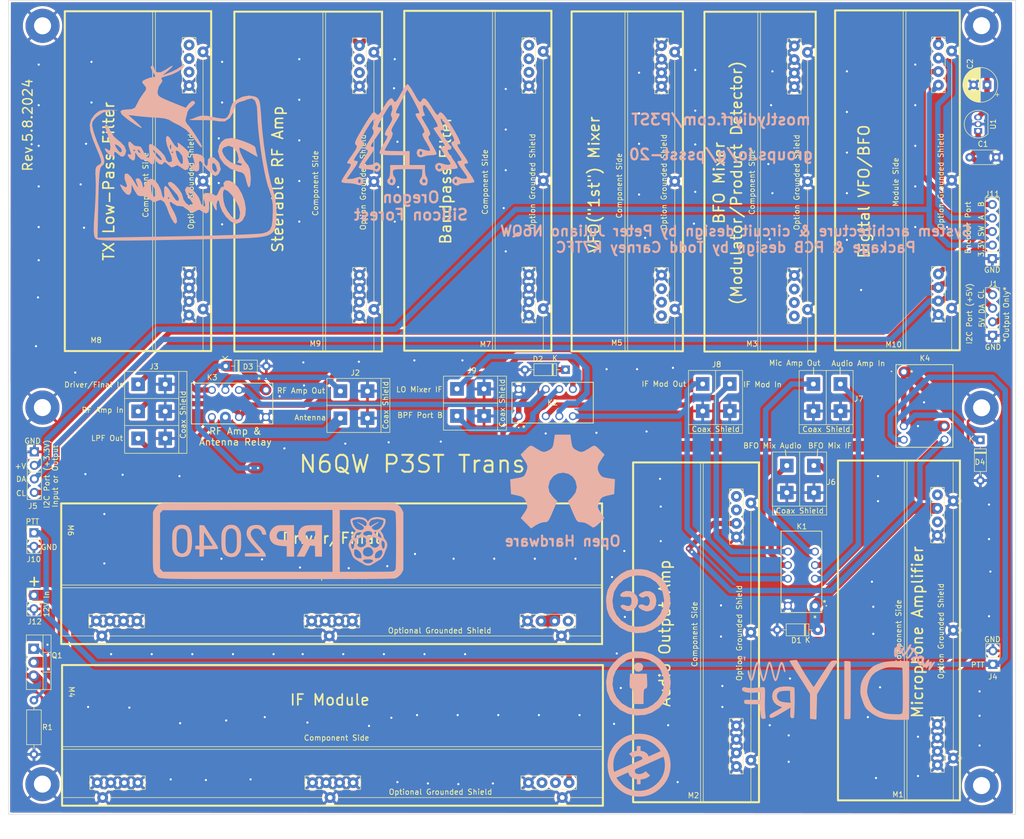
<source format=kicad_pcb>
(kicad_pcb (version 20221018) (generator pcbnew)
  (title_block (date "2024-06-03") (rev "C"))
  (layers (0 "F.Cu" signal) (31 "B.Cu" signal) (34 "B.Paste" user) (35 "F.Paste" user) (36 "B.SilkS" user "B.Silkscreen") (37 "F.SilkS" user "F.Silkscreen") (38 "B.Mask" user) (39 "F.Mask" user) (44 "Edge.Cuts" user))
  (net 0 "")
  (net 1 "12V_TX")
  (net 2 "GND")
  (net 3 "PTT")
  (net 4 "BNC_Antenna")
  (net 5 "12VDC_Main")
  (net 6 "I2C_SDA")
  (net 7 "I2C_SCL")
  (net 8 "BFO_Mixer_Audio")
  (net 9 "Mic_Amp_Out")
  (net 10 "BFO_Mixer_IF")
  (net 11 "IF_Module_Out")
  (net 12 "LO_Mixer_IF")
  (net 13 "BPF_PortB")
  (net 14 "K2B_K3A_NC")
  (net 15 "RF_Amp_output")
  (net 16 "Finals_In")
  (net 17 "RF_Amp_In")
  (net 18 "12V_RX")
  (net 19 "Audio_Amp_input")
  (net 20 "IF_Module_In")
  (net 22 "LPF_Out")
  (net 43 "Encoder_A")
  (net 44 "Encoder_B")
  (net 45 "+3.3V")
  (net 46 "Encoder_SW")
  (net 47 "+5VDC")
  (net 48 "Net-(J12-Pin_1)")
  (net 49 "Net-(Q1-G)")
  (footprint "K7TFC:J102K-1C" (layer "F.Cu") (at 263.72455 108.37935)
    (fp_text reference "K4")
    (fp_text value "J102K1CS312VDC.20")
  )
  (footprint "K7TFC:RG274_2x3_HS" (layer "F.Cu") (at 122.8 118.525)
    (fp_text reference "J3")
    (fp_text value "Conn_02x03_Odd_Even")
  )
  (footprint "Package_TO_SOT_THT:TO-92_Inline" (layer "F.Cu") (at 277.855 63.246 90)
    (fp_text reference "U1")
    (fp_text value "L78L05_TO92")
  )
  (footprint "Connector_PinHeader_2.54mm:PinHeader_1x04_P2.54mm_Vertical" (layer "F.Cu") (at 100.787 123.456)
    (fp_text reference "J5")
    (fp_text value "Conn_01x04")
  )
  (footprint "K7TFC:RELAY_TX2_PAN" (layer "F.Cu") (at 247.2463 152.3377 180)
    (fp_text reference "K1")
    (fp_text value "TX2-12V")
  )
  (footprint "K7TFC:RG274_2x2_HS" (layer "F.Cu") (at 228.6 113.388 -90)
    (fp_text reference "J8")
    (fp_text value "Conn_02x02_Odd_Even")
  )
  (footprint "K7TFC_Passives:Resistor_Quarter_Watt_P10.16mm_Horizontal" (layer "F.Cu") (at 100.711 170.053 -90)
    (fp_text reference "R1")
    (fp_text value "100K")
  )
  (footprint "MountingHole:MountingHole_3.2mm_M3_Pad" (layer "F.Cu") (at 278.511 115.189)
    (fp_text reference "H5" hide)
    (fp_text value "Mounting_Hole_4-40")
  )
  (footprint "K7TFC_Modules:K7TFC_CircuitBlock_Module1" (layer "F.Cu") (at 266.5474 63.3678)
    (fp_text reference "M10")
    (fp_text value "StandardModule_1")
  )
  (footprint "K7TFC_Modules:K7TFC_CircuitBlock_Half_Module1" (layer "F.Cu") (at 239.5128 63.6222)
    (fp_text reference "M3")
    (fp_text value "StandardModule_1")
  )
  (footprint "K7TFC:RELAY_TX2_PAN" (layer "F.Cu") (at 191.6623 116.7713 90)
    (fp_text reference "K2")
    (fp_text value "TX2-12V")
  )
  (footprint "Connector_PinHeader_2.54mm:PinHeader_1x02_P2.54mm_Vertical" (layer "F.Cu") (at 280.6264 163.327 180)
    (fp_text reference "J4")
    (fp_text value "Conn_01x02")
  )
  (footprint "Diode_THT:D_DO-35_SOD27_P7.62mm_Horizontal" (layer "F.Cu") (at 278.275 121.215 -90)
    (fp_text reference "D4")
    (fp_text value "1N4148")
  )
  (footprint "MountingHole:MountingHole_3.2mm_M3_Pad" (layer "F.Cu") (at 278.5 186.075)
    (fp_text reference "H7" hide)
    (fp_text value "Mounting_Hole_4-40")
  )
  (footprint "K7TFC_Modules:K7TFC_CircuitBlock_Module1" (layer "F.Cu") (at 126.087 63.528)
    (fp_text reference "M8")
    (fp_text value "StandardModule_1")
  )
  (footprint "Diode_THT:D_DO-35_SOD27_P7.62mm_Horizontal" (layer "F.Cu") (at 247.785 156.85 180)
    (fp_text reference "D1")
    (fp_text value "1N4148")
  )
  (footprint "K7TFC_Modules:K7TFC_CircuitBlock_Module1" (layer "F.Cu") (at 266.573 147.828)
    (fp_text reference "M1")
    (fp_text value "StandardModule_1")
  )
  (footprint "K7TFC_Modules:K7TFC_CircuitBlock_Module1" (layer "F.Cu") (at 228.875 148.175)
    (fp_text reference "M2")
    (fp_text value "StandardModule_1")
  )
  (footprint "MountingHole:MountingHole_3.2mm_M3_Pad" (layer "F.Cu") (at 102.3 185.8)
    (fp_text reference "H6" hide)
    (fp_text value "Mounting_Hole_4-40")
  )
  (footprint "Package_TO_SOT_THT:TO-220-3_Vertical" (layer "F.Cu") (at 100.655 160.401 -90)
    (fp_text reference "Q1")
    (fp_text value "MOSFET_P_Channel_GDS")
  )
  (footprint "Connector_PinHeader_2.54mm:PinHeader_1x02_P2.54mm_Vertical" (layer "F.Cu") (at 100.711 150.363)
    (fp_text reference "J12")
    (fp_text value "Conn_01x02")
  )
  (footprint "MountingHole:MountingHole_3.2mm_M3_Pad" (layer "F.Cu") (at 278.5 43.5)
    (fp_text reference "H2" hide)
    (fp_text value "Mounting_Hole_4-40")
  )
  (footprint "Diode_THT:D_DO-35_SOD27_P7.62mm_Horizontal" (layer "F.Cu") (at 136.69 107.375)
    (fp_text reference "D3")
    (fp_text value "1N4148")
  )
  (footprint "Diode_THT:D_DO-35_SOD27_P7.62mm_Horizontal" (layer "F.Cu") (at 200.4473 108.0463 180)
    (fp_text reference "D2")
    (fp_text value "1N4148")
  )
  (footprint "MountingHole:MountingHole_3.2mm_M3_Pad" (layer "F.Cu") (at 102.3 115.15)
    (fp_text reference "H3" hide)
    (fp_text value "Mounting_Hole_4-40")
  )
  (footprint "K7TFC:RELAY_TX2_PAN" (layer "F.Cu") (at 144.25 111.85 -90)
    (fp_text reference "K3")
    (fp_text value "TX2-12V")
  )
  (footprint "K7TFC:RG274_2x2_HS" (layer "F.Cu") (at 249.3627 113.4015 -90)
    (fp_text reference "J7")
    (fp_text value "Conn_02x02_Odd_Even")
  )
  (footprint "K7TFC_Passives:Ceramic_Disk_Capacitor_P5.00mm" (layer "F.Cu") (at 276.265 68.199)
    (fp_text reference "C1")
    (fp_text value "0.10uF")
  )
  (footprint "K7TFC:RG274_2x2_HS" (layer "F.Cu") (at 182.7515 114.3123)
    (fp_text reference "J9")
    (fp_text value "Conn_02x02_Odd_Even")
  )
  (footprint "K7TFC:RG274_2x2_HS" (layer "F.Cu") (at 160.8765 114.7373)
    (fp_text reference "J2")
    (fp_text value "Conn_02x02_Odd_Even")
  )
  (footprint "K7TFC:RG274_2x2_HS" (layer "F.Cu") (at 244.375 128.7 -90)
    (fp_text reference "J6")
    (fp_text value "Conn_02x02_Odd_Even")
  )
  (footprint "Connector_PinHeader_2.54mm:PinHeader_1x04_P2.54mm_Vertical" (layer "F.Cu") (at 280.575 101.6 180)
    (fp_text reference "J1")
    (fp_text value "Conn_01x04")
  )
  (footprint "K7TFC_Modules:K7TFC_CircuitBlock_Half_Module1" (layer "F.Cu") (at 214.5956 63.5614)
    (fp_text reference "M5")
    (fp_text value "StandardModule_1")
  )
  (footprint "Capacitor_THT:CP_Radial_D6.3mm_P2.50mm" (layer "F.Cu") (at 279.527 54.61 180)
    (fp_text reference "C2")
    (fp_text value "10uF")
  )
  (footprint "Connector_PinHeader_2.54mm:PinHeader_1x02_P2.54mm_Vertical" (layer "F.Cu") (at 100.712 138.65)
    (fp_text reference "J10")
    (fp_text value "Conn_01x02")
  )
  (footprint "K7TFC_Modules:K7TFC_CircuitBlock_Module2" (layer "F.Cu") (at 184.725 181.975 -90)
    (fp_text reference "M4")
    (fp_text value "StandardModule_2")
  )
  (footprint "K7TFC_Modules:K7TFC_CircuitBlock_Module2" (layer "F.Cu") (at 184.565 151.6488 -90)
    (fp_text reference "M6")
    (fp_text value "StandardModule_2")
  )
  (footprint "Connector_PinHeader_2.54mm:PinHeader_1x05_P2.54mm_Vertical" (layer "F.Cu") (at 280.5242 87.2082 180)
    (fp_text reference "J11")
    (fp_text value "Conn_01x05")
  )
  (footprint "K7TFC_Modules:K7TFC_CircuitBlock_Module1" (layer "F.Cu") (at 158.1472 63.6042)
    (fp_text reference "M9")
    (fp_text value "StandardModule_1")
  )
  (footprint "MountingHole:MountingHole_3.2mm_M3_Pad" (layer "F.Cu") (at 102.325 43.525)
    (fp_text reference "H1" hide)
    (fp_text value "Mounting_Hole_4-40")
  )
  (footprint "K7TFC_Modules:K7TFC_CircuitBlock_Module1" (layer "F.Cu") (at 189.9216 63.4488)
    (fp_text reference "M7")
    (fp_text value "StandardModule_1")
  )
  (footprint "Graphics:silicon-forest_25mm" (layer "B.Cu") (at 170.942 63.881 180)
    (fp_text reference "G***" hide)
    (fp_text value "LOGO" hide)
  )
  (footprint "Graphics:diyrf_38mm" (layer "B.Cu") (at 251.327747 166.397821 180)
    (fp_text reference "G***" hide)
    (fp_text value "LOGO" hide)
  )
  (footprint "Graphics:portland_logo_35mm" (layer "B.Cu") (at 128.651 67.437 180)
    (fp_text reference "G***" hide)
    (fp_text value "LOGO" hide)
  )
  (footprint "Graphics:RP2040" (layer "B.Cu") (at 146.685 140.208 180)
    (fp_text reference "G***" hide)
    (fp_text value "LOGO" hide)
  )
  (footprint "Graphics:cc_logo_no_commercial_12mm" (layer "B.Cu") (at 214.249 182.245 180)
    (fp_text reference "G***" hide)
    (fp_text value "LOGO" hide)
  )
  (footprint "Graphics:open-hardware_25mm" (layer "B.Cu") (at 199.898 129.286 180)
    (fp_text reference "G***" hide)
    (fp_text value "LOGO" hide)
  )
  (footprint "Graphics:cc_by_12mm" (layer "B.Cu") (at 214.122 166.9034 180)
    (fp_text reference "G***" hide)
    (fp_text value "LOGO" hide)
  )
  (footprint "Graphics:cc_logo_12mm" (layer "B.Cu") (at 214.0966 151.4602 180)
    (fp_text reference "G***" hide)
    (fp_text value "LOGO" hide)
  )
  (gr_line (start 247.775 122.925) (end 247.675 124.275) (stroke (width 0.15)) (layer "F.SilkS"))
  (gr_line (start 246.9747 107.6365) (end 246.9997 108.8865) (stroke (width 0.15)) (layer "F.SilkS"))
  (gr_line (start 241.675 123.063) (end 241.825 124.45) (stroke (width 0.15)) (layer "F.SilkS"))
  (gr_line (start 99.65 127.25) (end 101.925 127.25) (stroke (width 0.15)) (layer "F.SilkS"))
  (gr_line (start 101.925 127.25) (end 101.9 127.225) (stroke (width 0.15)) (layer "F.SilkS"))
  (gr_line (start 251.9747 107.6115) (end 251.9747 108.9615) (stroke (width 0.15)) (layer "F.SilkS"))
  (gr_rect (start 95.95 38.7325) (end 284.9 191.4425) (stroke (width 0.1)) (fill none) (layer "Edge.Cuts"))
  (gr_text "Open Hardware" (at 199.898 140.208) (layer "B.SilkS") (effects (font (size 1.905 1.905) (thickness 0.4064)) (justify mirror)))
  (gr_text "mostlydiyrf.com/P3ST\n\ngroups.io/g/pssst-20" (at 229.616 64.389) (layer "B.SilkS") (effects (font (size 2.032 2.032) (thickness 0.4064)) (justify mirror)))
  (gr_text "Oregon\nSilicon Forest" (at 171.45 77.343) (layer "B.SilkS") (effects (font (size 2.032 2.032) (thickness 0.4064)) (justify mirror)))
  (gr_text "System architecture & circuit design by Peter Juliano N6QW\nPackage & PCB design by Todd Carney K7TFC" (at 232.41 83.566) (layer "B.SilkS") (effects (font (size 1.905 1.905) (thickness 0.381)) (justify mirror)))
  (gr_text "VFO({dblquote}1st{dblquote}) Mixer" (at 205.8 73.35 90) (layer "F.SilkS") (effects (font (size 2.032 2.032) (thickness 0.3048))))
  (gr_text "I2C Port (+5V)" (at 276.225 97.536 90) (layer "F.SilkS") (effects (font (size 1 1))))
  (gr_text "*Output Only*" (at 283.718 102.997 90) (layer "F.SilkS") (effects (font (size 1 1)) (justify left bottom)))
  (gr_text "BFO Mixer\n(Modulator/Product Detector)" (at 230.9 73 90) (layer "F.SilkS") (effects (font (size 2.032 2.032) (thickness 0.3048))))
  (gr_text "BFO Mix IF" (at 250.063 122.301) (layer "F.SilkS") (effects (font (size 1 1))))
  (gr_text "3.3V" (at 279.019 86.995 90) (layer "F.SilkS") (effects (font (size 1 1)) (justify left bottom)))
  (gr_text "GND" (at 103.5558 141.351) (layer "F.SilkS") (effects (font (size 1 1))))
  (gr_text "BPF Port B" (at 173.1515 116.5873) (layer "F.SilkS") (effects (font (size 1 1))))
  (gr_text "PTT" (at 100.4316 136.5504) (layer "F.SilkS") (effects (font (size 1 1))))
  (gr_text "Microphone Amplifier" (at 266.475 157.275 90) (layer "F.SilkS") (effects (font (size 2.032 2.032) (thickness 0.3048))))
  (gr_text "TX Low-Pass Filter" (at 114.75 72.7 90) (layer "F.SilkS") (effects (font (size 2.032 2.032) (thickness 0.3048))))
  (gr_text "B" (at 279.019 77.597 90) (layer "F.SilkS") (effects (font (size 1 1)) (justify left bottom)))
  (gr_text "GND" (at 280.543 158.6484) (layer "F.SilkS") (effects (font (size 1 1))))
  (gr_text "LPF Out" (at 114.427 120.904) (layer "F.SilkS") (effects (font (size 1 1))))
  (gr_text "I2C Port (+3.3V)" (at 103.124 127.635 90) (layer "F.SilkS") (effects (font (size 1 1))))
  (gr_text "IF Mod Out" (at 218.9 110.725) (layer "F.SilkS") (effects (font (size 1 1))))
  (gr_text "Input or Output" (at 105.283 133.985 90) (layer "F.SilkS") (effects (font (size 1 1)) (justify left bottom)))
  (gr_text "GND" (at 279.019 104.394) (layer "F.SilkS") (effects (font (size 1 1)) (justify left bottom)))
  (gr_text "PTT" (at 277.7998 163.4236) (layer "F.SilkS") (effects (font (size 1 1))))
  (gr_text "RF Amp &\nAntenna Relay" (at 138.5 120.6) (layer "F.SilkS") (effects (font (size 1.27 1.27) (thickness 0.1778))))
  (gr_text "Bandpass Filter" (at 177.95 72.525 90) (layer "F.SilkS") (effects (font (size 2.032 2.032) (thickness 0.3048))))
  (gr_text "DA" (at 97.282 129.159) (layer "F.SilkS") (effects (font (size 1 1)) (justify left bottom)))
  (gr_text "+V" (at 97.028 126.746) (layer "F.SilkS") (effects (font (size 1 1)) (justify left bottom)))
  (gr_text "Driver/Final" (at 156.475 139.675) (layer "F.SilkS") (effects (font (size 2.032 2.032) (thickness 0.3048))))
  (gr_text "SW" (at 279.019 83.185 90) (layer "F.SilkS") (effects (font (size 1 1)) (justify left bottom)))
  (gr_text "Mic Amp Out" (at 243.4497 106.7865) (layer "F.SilkS") (effects (font (size 1 1))))
  (gr_text "Rev.5.8.2024" (at 100.584 70.993 90) (layer "F.SilkS") (effects (font (size 1.778 1.778) (thickness 0.254) bold) (justify left bottom)))
  (gr_text "GND" (at 100.457 121.412) (layer "F.SilkS") (effects (font (size 1 1))))
  (gr_text "12V In" (at 103.073 152.019 90) (layer "F.SilkS") (effects (font (size 1 1))))
  (gr_text "BFO Mix Audio" (at 239.268 122.301) (layer "F.SilkS") (effects (font (size 1 1))))
  (gr_text "N6QW P3ST Transceiver" (at 178.725 125.75) (layer "F.SilkS") (effects (font (size 3.175 3.175) (thickness 0.381))))
  (gr_text "5V" (at 279.146 100.203 90) (layer "F.SilkS") (effects (font (size 1 1)) (justify left bottom)))
  (gr_text "CL" (at 97.282 131.826) (layer "F.SilkS") (effects (font (size 1 1)) (justify left bottom)))
  (gr_text "IF Module" (at 156.225 170) (layer "F.SilkS") (effects (font (size 2.032 2.032) (thickness 0.3048))))
  (gr_text "Encoder Port" (at 275.971 81.407 90) (layer "F.SilkS") (effects (font (size 1 1))))
  (gr_text "Audio Output Amp" (at 219.075 157.5054 90) (layer "F.SilkS") (effects (font (size 2.032 2.032) (thickness 0.3048))))
  (gr_text "GND" (at 278.892 89.916) (layer "F.SilkS") (effects (font (size 1 1)) (justify left bottom)))
  (gr_text "Steerable RF Amp" (at 146.4472 72.3022 90) (layer "F.SilkS") (effects (font (size 2.032 2.032) (thickness 0.3048))))
  (gr_text "A" (at 279.019 80.01 90) (layer "F.SilkS") (effects (font (size 1 1)) (justify left bottom)))
  (gr_text "Antenna" (at 152.55 117.025) (layer "F.SilkS") (effects (font (size 1 1))))
  (gr_text "LO Mixer IF" (at 173.0015 111.7623) (layer "F.SilkS") (effects (font (size 1 1))))
  (gr_text "IF Mod In" (at 237.4 110.825) (layer "F.SilkS") (effects (font (size 1 1))))
  (gr_text "Digital VFO/BFO" (at 256.45 74.625 90) (layer "F.SilkS") (effects (font (size 2.032 2.032) (thickness 0.3048))))
  (gr_text "+" (at 99.314 148.844) (layer "F.SilkS") (effects (font (size 2.032 2.032) (thickness 0.3) bold) (justify left bottom)))
  (gr_text "CL" (at 279.019 94.869 90) (layer "F.SilkS") (effects (font (size 1 1) (thickness 0.1504)) (justify left bottom)))
  (gr_text "DA" (at 279.146 97.663 90) (layer "F.SilkS") (effects (font (size 1 1)) (justify left bottom)))
  (gr_text "Driver/Final In" (at 112.014 110.871) (layer "F.SilkS") (effects (font (size 1 1))))
  (gr_text "Audio Amp In" (at 255.3747 106.8615) (layer "F.SilkS") (effects (font (size 1 1))))
  (gr_text "RF Amp In" (at 113.6 115.625) (layer "F.SilkS") (effects (font (size 1 1))))
  (gr_text "RF Amp Out" (at 150.825 111.975) (layer "F.SilkS") (effects (font (size 1 1))))
  (segment (start 188.722 119.7116) (end 188.722 123.317) (width 1.016) (layer "F.Cu") (net 1))
  (segment (start 247.2463 152.3377) (end 265.5228 134.0612) (width 2.032) (layer "F.Cu") (net 1))
  (segment (start 210.4898 139.77683) (end 210.4898 123.317) (width 2.032) (layer "F.Cu") (net 1))
  (segment (start 198.408 155.2048) (end 198.408 151.85863) (width 2.032) (layer "F.Cu") (net 1))
  (segment (start 198.408 155.2048) (end 195.868 155.2048) (width 2.032) (layer "F.Cu") (net 1))
  (segment (start 264.16 123.702654) (end 260.735654 123.702654) (width 2.032) (layer "F.Cu") (net 1))
  (segment (start 191.6623 114.710366) (end 194.183 112.189666) (width 1.016) (layer "F.Cu") (net 1))
  (segment (start 264.16 132.207) (end 264.16 123.702654) (width 2.032) (layer "F.Cu") (net 1))
  (segment (start 188.722 123.317) (end 185.1166 123.317) (width 2.032) (layer "F.Cu") (net 1))
  (segment (start 270.2306 134.0612) (end 266.0142 134.0612) (width 2.032) (layer "F.Cu") (net 1))
  (segment (start 136.69 107.375) (end 139.775 107.375) (width 2.032) (layer "F.Cu") (net 1))
  (segment (start 181.9416 126.492) (end 141.732 126.492) (width 2.032) (layer "F.Cu") (net 1))
  (segment (start 265.5228 134.0612) (end 266.0142 134.0612) (width 2.032) (layer "F.Cu") (net 1))
  (segment (start 260.735654 123.702654) (end 259.461 122.428) (width 2.032) (layer "F.Cu") (net 1))
  (segment (start 211.3788 122.428) (end 210.4898 123.317) (width 2.032) (layer "F.Cu") (net 1))
  (segment (start 271.54775 118.61555) (end 270.63945 118.61555) (width 2.032) (layer "F.Cu") (net 1))
  (segment (start 139.775 107.375) (end 144.25 111.85) (width 2.032) (layer "F.Cu") (net 1))
  (segment (start 259.461 122.428) (end 211.3788 122.428) (width 2.032) (layer "F.Cu") (net 1))
  (segment (start 194.183 112.189666) (end 194.183 110.617) (width 1.016) (layer "F.Cu") (net 1))
  (segment (start 191.6623 116.7713) (end 191.6623 114.710366) (width 1.016) (layer "F.Cu") (net 1))
  (segment (start 266.0142 134.0612) (end 264.16 132.207) (width 2.032) (layer "F.Cu") (net 1))
  (segment (start 265.552346 123.702654) (end 264.16 123.702654) (width 2.032) (layer "F.Cu") (net 1))
  (segment (start 196.7537 108.0463) (end 200.4473 108.0463) (width 1.016) (layer "F.Cu") (net 1))
  (segment (start 198.408 151.85863) (end 210.4898 139.77683) (width 2.032) (layer "F.Cu") (net 1))
  (segment (start 270.63945 118.61555) (end 265.552346 123.702654) (width 2.032) (layer "F.Cu") (net 1))
  (segment (start 185.1166 123.317) (end 181.9416 126.492) (width 2.032) (layer "F.Cu") (net 1))
  (segment (start 210.4898 123.317) (end 188.722 123.317) (width 2.032) (layer "F.Cu") (net 1))
  (segment (start 194.183 110.617) (end 196.7537 108.0463) (width 1.016) (layer "F.Cu") (net 1))
  (segment (start 191.6623 116.7713) (end 188.722 119.7116) (width 1.016) (layer "F.Cu") (net 1))
  (via (at 141.351 126.492) (size 0.8) (drill 0.4) (layers "F.Cu" "B.Cu") (net 1))
  (via (at 142.748 126.492) (size 0.8) (drill 0.4) (layers "F.Cu" "B.Cu") (net 1))
  (segment (start 131.445 118.872) (end 131.445 110.804) (width 1.016) (layer "B.Cu") (net 1))
  (segment (start 247.2463 152.3377) (end 247.2463 156.3113) (width 2.032) (layer "B.Cu") (net 1))
  (segment (start 139.065 126.492) (end 131.445 118.872) (width 1.016) (layer "B.Cu") (net 1))
  (segment (start 142.748 126.492) (end 141.351 126.492) (width 1.016) (layer "B.Cu") (net 1))
  (segment (start 141.351 126.492) (end 139.065 126.492) (width 1.016) (layer "B.Cu") (net 1))
  (segment (start 247.2463 156.3113) (end 247.785 156.85) (width 2.032) (layer "B.Cu") (net 1))
  (segment (start 131.445 110.804) (end 134.874 107.375) (width 1.016) (layer "B.Cu") (net 1))
  (segment (start 134.874 107.375) (end 136.69 107.375) (width 1.016) (layer "B.Cu") (net 1))
  (via (at 103.251 159.639) (size 0.8) (drill 0.4) (layers "F.Cu" "B.Cu") (net 2))
  (via (at 218.313 133.731) (size 0.8) (drill 0.4) (layers "F.Cu" "B.Cu") (net 2))
  (via (at 108.458 108.585) (size 0.8) (drill 0.4) (layers "F.Cu" "B.Cu") (net 2))
  (via (at 111.506 50.292) (size 0.8) (drill 0.4) (layers "F.Cu" "B.Cu") (net 2))
  (via (at 144.018 173.228) (size 0.8) (drill 0.4) (layers "F.Cu" "B.Cu") (net 2))
  (via (at 187.071 143.51) (size 0.8) (drill 0.4) (layers "F.Cu" "B.Cu") (net 2))
  (via (at 215.392 83.312) (size 0.8) (drill 0.4) (layers "F.Cu" "B.Cu") (net 2))
  (via (at 110.871 171.323) (size 0.8) (drill 0.4) (layers "F.Cu" "B.Cu") (net 2))
  (via (at 202.311 143.51) (size 0.8) (drill 0.4) (layers "F.Cu" "B.Cu") (net 2))
  (via (at 150.622 145.161) (size 0.8) (drill 0.4) (layers "F.Cu" "B.Cu") (net 2))
  (via (at 172.085 106.299) (size 0.8) (drill 0.4) (layers "F.Cu" "B.Cu") (net 2))
  (via (at 181.61 161.417) (size 0.8) (drill 0.4) (layers "F.Cu" "B.Cu") (net 2))
  (via (at 279.908 139.827) (size 0.8) (drill 0.4) (layers "F.Cu" "B.Cu") (net 2))
  (via (at 220.599 107.696) (size 0.8) (drill 0.4) (layers "F.Cu" "B.Cu") (net 2))
  (via (at 181.102 106.299) (size 0.8) (drill 0.4) (layers "F.Cu" "B.Cu") (net 2))
  (via (at 163.576 174.879) (size 0.8) (drill 0.4) (layers "F.Cu" "B.Cu") (net 2))
  (via (at 224.79 51.816) (size 0.8) (drill 0.4) (layers "F.Cu" "B.Cu") (net 2))
  (via (at 210.82 167.767) (size 0.8) (drill 0.4) (layers "F.Cu" "B.Cu") (net 2))
  (via (at 209.169 146.939) (size 0.8) (drill 0.4) (layers "F.Cu" "B.Cu") (net 2))
  (via (at 167.767 173.355) (size 0.8) (drill 0.4) (layers "F.Cu" "B.Cu") (net 2))
  (via (at 259.08 132.715) (size 0.8) (drill 0.4) (layers "F.Cu" "B.Cu") (net 2))
  (via (at 177.038 121.539) (size 0.8) (drill 0.4) (layers "F.Cu" "B.Cu") (net 2))
  (via (at 259.461 167.64) (size 0.8) (drill 0.4) (layers "F.Cu" "B.Cu") (net 2))
  (via (at 167.259 121.666) (size 0.8) (drill 0.4) (layers "F.Cu" "B.Cu") (net 2))
  (via (at 150.495 80.264) (size 0.8) (drill 0.4) (layers "F.Cu" "B.Cu") (net 2))
  (via (at 278.13 178.562) (size 0.8) (drill 0.4) (layers "F.Cu" "B.Cu") (net 2))
  (via (at 280.162 145.923) (size 0.8) (drill 0.4) (layers "F.Cu" "B.Cu") (net 2))
  (via (at 214.249 52.324) (size 0.8) (drill 0.4) (layers "F.Cu" "B.Cu") (net 2))
  (via (at 101.6 50.8) (size 0.8) (drill 0.4) (layers "F.Cu" "B.Cu") (net 2))
  (via (at 278.13 172.974) (size 0.8) (drill 0.4) (layers "F.Cu" "B.Cu") (net 2))
  (via (at 239.014 58.42) (size 0.8) (drill 0.4) (layers "F.Cu" "B.Cu") (net 2))
  (via (at 141.351 184.912) (size 0.8) (drill 0.4) (layers "F.Cu" "B.Cu") (net 2))
  (via (at 151.384 110.998) (size 0.8) (drill 0.4) (layers "F.Cu" "B.Cu") (net 2))
  (via (at 189.23 70.612) (size 0.8) (drill 0.4) (layers "F.Cu" "B.Cu") (net 2))
  (via (at 101.6 81.28) (size 0.8) (drill 0.4) (layers "F.Cu" "B.Cu") (net 2))
  (via (at 145.669 161.417) (size 0.8) (drill 0.4) (layers "F.Cu" "B.Cu") (net 2))
  (via (at 150.495 72.644) (size 0.8) (drill 0.4) (layers "F.Cu" "B.Cu") (net 2))
  (via (at 187.833 172.847) (size 0.8) (drill 0.4) (layers "F.Cu" "B.Cu") (net 2))
  (via (at 101.6 73.66) (size 0.8) (drill 0.4) (layers "F.Cu" "B.Cu") (net 2))
  (via (at 266.573 118.618) (size 0.8) (drill 0.4) (layers "F.Cu" "B.Cu") (net 2))
  (via (at 239.268 74.93) (size 0.8) (drill 0.4) (layers "F.Cu" "B.Cu") (net 2))
  (via (at 257.937 147.828) (size 0.8) (drill 0.4) (layers "F.Cu" "B.Cu") (net 2))
  (via (at 101.6 87.503) (size 0.8) (drill 0.4) (layers "F.Cu" "B.Cu") (net 2))
  (via (at 136.017 57.912) (size 0.8) (drill 0.4) (layers "F.Cu" "B.Cu") (net 2))
  (via (at 239.268 52.07) (size 0.8) (drill 0.4) (layers "F.Cu" "B.Cu") (net 2))
  (via (at 258.191 157.607) (size 0.8) (drill 0.4) (layers "F.Cu" "B.Cu") (net 2))
  (via (at 150.495 57.404) (size 0.8) (drill 0.4) (layers "F.Cu" "B.Cu") (net 2))
  (via (at 266.573 184.277) (size 0.8) (drill 0.4) (layers "F.Cu" "B.Cu") (net 2))
  (via (at 189.23 85.852) (size 0.8) (drill 0.4) (layers "F.Cu" "B.Cu") (net 2))
  (via (at 196.723 120.015) (size 0.8) (drill 0.4) (layers "F.Cu" "B.Cu") (net 2))
  (via (at 110.49 65.659) (size 0.8) (drill 0.4) (layers "F.Cu" "B.Cu") (net 2))
  (via (at 113.919 135.128) (size 0.8) (drill 0.4) (layers "F.Cu" "B.Cu") (net 2))
  (via (at 257.175 173.228) (size 0.8) (drill 0.4) (layers "F.Cu" "B.Cu") (net 2))
  (via (at 110.363 127.635) (size 0.8) (drill 0.4) (layers "F.Cu" "B.Cu") (net 2))
  (via (at 126.365 184.912) (size 0.8) (drill 0.4) (layers "F.Cu" "B.Cu") (net 2))
  (via (at 138.049 161.417) (size 0.8) (drill 0.4) (layers "F.Cu" "B.Cu") (net 2))
  (via (at 101.473 94.488) (size 0.8) (drill 0.4) (layers "F.Cu" "B.Cu") (net 2))
  (via (at 135.382 64.643) (size 0.8) (drill 0.4) (layers "F.Cu" "B.Cu") (net 2))
  (via (at 128.143 174.371) (size 0.8) (drill 0.4) (layers "F.Cu" "B.Cu") (net 2))
  (via (at 130.429 161.417) (size 0.8) (drill 0.4) (layers "F.Cu" "B.Cu") (net 2))
  (via (at 180.34 185.801) (size 0.8) (drill 0.4) (layers "F.Cu" "B.Cu") (net 2))
  (via (at 168.402 49.784) (size 0.8) (drill 0.4) (layers "F.Cu" "B.Cu") (net 2))
  (via (at 208.153 107.95) (size 0.8) (drill 0.4) (layers "F.Cu" "B.Cu") (net 2))
  (via (at 206.248 119.888) (size 0.8) (drill 0.4) (layers "F.Cu" "B.Cu") (net 2))
  (via (at 258.699 184.658) (size 0.8) (drill 0.4) (layers "F.Cu" "B.Cu") (net 2))
  (via (at 101.6 58.42) (size 0.8) (drill 0.4) (layers "F.Cu" "B.Cu") (net 2))
  (via (at 267.716 114.173) (size 0.8) (drill 0.4) (layers "F.Cu" "B.Cu") (net 2))
  (via (at 101.092 103.632) (size 0.8) (drill 0.4) (layers "F.Cu" "B.Cu") (net 2))
  (via (at 189.23 55.372) (size 0.8) (drill 0.4) (layers "F.Cu" "B.Cu") (net 2))
  (via (at 214.249 65.659) (size 0.8) (drill 0.4) (layers "F.Cu" "B.Cu") (net 2))
  (via (at 147.701 122.809) (size 0.8) (drill 0.4) (layers "F.Cu" "B.Cu") (net 2))
  (via (at 180.213 172.847) (size 0.8) (drill 0.4) (layers "F.Cu" "B.Cu") (net 2))
  (via (at 110.109 81.407) (size 0.8) (drill 0.4) (layers "F.Cu" "B.Cu") (net 2))
  (via (at 168.91 65.278) (size 0.8) (drill 0.4) (layers "F.Cu" "B.Cu") (net 2))
  (via (at 266.065 58.42) (size 0.8) (drill 0.4) (layers "F.Cu" "B.Cu") (net 2))
  (via (at 172.212 142.621) (size 0.8) (drill 0.4) (layers "F.Cu" "B.Cu") (net 2))
  (via (at 122.809 161.417) (size 0.8) (drill 0.4) (layers "F.Cu" "B.Cu") (net 2))
  (via (at 194.691 143.51) (size 0.8) (drill 0.4) (layers "F.Cu" "B.Cu") (net 2))
  (via (at 266.065 66.04) (size 0.8) (drill 0.4) (layers "F.Cu" "B.Cu") (net 2))
  (via (at 179.451 143.51) (size 0.8) (drill 0.4) (layers "F.Cu" "B.Cu") (net 2))
  (via (at 168.275 55.245) (size 0.8) (drill 0.4) (layers "F.Cu" "B.Cu") (net 2))
  (via (at 266.065 81.28) (size 0.8) (drill 0.4) (layers "F.Cu" "B.Cu") (net 2))
  (via (at 253.238 67.31) (size 0.8) (drill 0.4) (layers "F.Cu" "B.Cu") (net 2))
  (via (at 224.79 59.436) (size 0.8) (drill 0.4) (layers "F.Cu" "B.Cu") (net 2))
  (via (at 238.76 83.566) (size 0.8) (drill 0.4) (layers "F.Cu" "B.Cu") (net 2))
  (via (at 115.189 161.417) (size 0.8) (drill 0.4) (layers "F.Cu" "B.Cu") (net 2))
  (via (at 136.017 80.772) (size 0.8) (drill 0.4) (layers "F.Cu" "B.Cu") (net 2))
  (via (at 229.616 152.273) (size 0.8) (drill 0.4) (layers "F.Cu" "B.Cu") (net 2))
  (via (at 221.488 185.42) (size 0.8) (drill 0.4) (layers "F.Cu" "B.Cu") (net 2))
  (via (at 189.23 62.992) (size 0.8) (drill 0.4) (layers "F.Cu" "B.Cu") (net 2))
  (via (at 159.131 121.92) (size 0.8) (drill 0.4) (layers "F.Cu" "B.Cu") (net 2))
  (via (at 279.908 154.305) (size 0.8) (drill 0.4) (layers "F.Cu" "B.Cu") (net 2))
  (via (at 242.316 176.657) (size 0.8) (drill 0.4) (layers "F.Cu" "B.Cu") (net 2))
  (via (at 168.91 185.42) (size 0.8) (drill 0.4) (layers "F.Cu" "B.Cu") (net 2))
  (via (at 135.89 143.51) (size 0.8) (drill 0.4) (layers "F.Cu" "B.Cu") (net 2))
  (via (at 229.87 171.323) (size 0.8) (drill 0.4) (layers "F.Cu" "B.Cu") (net 2))
  (via (at 214.249 75.184) (size 0.8) (drill 0.4) (layers "F.Cu" "B.Cu") (net 2))
  (via (at 166.37 161.417) (size 0.8) (drill 0.4) (layers "F.Cu" "B.Cu") (net 2))
  (via (at 278.13 168.402) (size 0.8) (drill 0.4) (layers "F.Cu" "B.Cu") (net 2))
  (via (at 253.238 52.07) (size 0.8) (drill 0.4) (layers "F.Cu" "B.Cu") (net 2))
  (via (at 224.79 74.676) (size 0.8) (drill 0.4) (layers "F.Cu" "B.Cu") (net 2))
  (via (at 161.671 106.553) (size 0.8) (drill 0.4) (layers "F.Cu" "B.Cu") (net 2))
  (via (at 213.868 107.95) (size 0.8) (drill 0.4) (layers "F.Cu" "B.Cu") (net 2))
  (via (at 117.348 127.762) (size 0.8) (drill 0.4) (layers "F.Cu" "B.Cu") (net 2))
  (via (at 259.08 128.016) (size 0.8) (drill 0.4) (layers "F.Cu" "B.Cu") (net 2))
  (via (at 169.037 73.787) (size 0.8) (drill 0.4) (layers "F.Cu" "B.Cu") (net 2))
  (via (at 218.186 128.524) (size 0.8) (drill 0.4) (layers "F.Cu" "B.Cu") (net 2))
  (via (at 229.87 167.386) (size 0.8) (drill 0.4) (layers "F.Cu" "B.Cu") (net 2))
  (via (at 253.238 74.93) (size 0.8) (drill 0.4) (layers "F.Cu" "B.Cu") (net 2))
  (via (at 238.506 69.469) (size 0.8) (drill 0.4) (layers "F.Cu" "B.Cu") (net 2))
  (via (at 214.249 59.944) (size 0.8) (drill 0.4) (layers "F.Cu" "B.Cu") (net 2))
  (via (at 224.536 80.645) (size 0.8) (drill 0.4) (layers "F.Cu" "B.Cu") (net 2))
  (via (at 109.474 73.279) (size 0.8) (drill 0.4) (layers "F.Cu" "B.Cu") (net 2))
  (via (at 111.506 57.912) (size 0.8) (drill 0.4) (layers "F.Cu" "B.Cu") (net 2))
  (via (at 173.99 161.417) (size 0.8) (drill 0.4) (layers "F.Cu" "B.Cu") (net 2))
  (via (at 255.905 93.091) (size 0.8) (drill 0.4) (layers "F.Cu" "B.Cu") (net 2))
  (via (at 113.919 144.399) (size 0.8) (drill 0.4) (layers "F.Cu" "B.Cu") (net 2))
  (via (at 172.593 172.847) (size 0.8) (drill 0.4) (layers "F.Cu" "B.Cu") (net 2))
  (via (at 174.625 185.674) (size 0.8) (drill 0.4) (layers "F.Cu" "B.Cu") (net 2))
  (via (at 218.313 140.208) (size 0.8) (drill 0.4) (layers "F.Cu" "B.Cu") (net 2))
  (via (at 258.191 152.527) (size 0.8) (drill 0.4) (layers "F.Cu" "B.Cu") (net 2))
  (via (at 195.453 172.847) (size 0.8) (drill 0.4) (layers "F.Cu" "B.Cu") (net 2))
  (via (at 209.55 174.498) (size 0.8) (drill 0.4) (layers "F.Cu" "B.Cu") (net 2))
  (via (at 203.073 172.847) (size 0.8) (drill 0.4) (layers "F.Cu" "B.Cu") (net 2))
  (via (at 229.616 158.115) (size 0.8) (drill 0.4) (layers "F.Cu" "B.Cu") (net 2))
  (via (at 143.51 143.637) (size 0.8) (drill 0.4) (layers "F.Cu" "B.Cu") (net 2))
  (via (at 101.6 66.04) (size 0.8) (drill 0.4) (layers "F.Cu" "B.Cu") (net 2))
  (via (at 158.75 161.417) (size 0.8) (drill 0.4) (layers "F.Cu" "B.Cu") (net 2))
  (via (at 242.316 181.61) (size 0.8) (drill 0.4) (layers "F.Cu" "B.Cu") (net 2))
  (via (at 211.4804 142.0622) (size 0.8) (drill 0.4) (layers "F.Cu" "B.Cu") (net 2))
  (via (at 167.005 144.907) (size 0.8) (drill 0.4) (layers "F.Cu" "B.Cu") (net 2))
  (via (at 136.779 173.863) (size 0.8) (drill 0.4) (layers "F.Cu" "B.Cu") (net 2))
  (via (at 211.582 154.432) (size 0.8) (drill 0.4) (layers "F.Cu" "B.Cu") (net 2))
  (via (at 152.019 174.244) (size 0.8) (drill 0.4) (layers "F.Cu" "B.Cu") (net 2))
  (via (at 150.495 49.784) (size 0.8) (drill 0.4) (layers "F.Cu" "B.Cu") (net 2))
  (via (at 266.065 73.66) (size 0.8) (drill 0.4) (layers "F.Cu" "B.Cu") (net 2))
  (via (at 272.034 81.28) (size 0.8) (drill 0.4) (layers "F.Cu" "B.Cu") (net 2))
  (via (at 238.76 174.752) (size 0.8) (drill 0.4) (layers "F.Cu" "B.Cu") (net 2))
  (via (at 224.79 65.786) (size 0.8) (drill 0.4) (layers "F.Cu" "B.Cu") (net 2))
  (via (at 266.065 50.8) (size 0.8) (drill 0.4) (layers "F.Cu" "B.Cu") (net 2))
  (via (at 215.646 119.634) (size 0.8) (drill 0.4) (layers "F.Cu" "B.Cu") (net 2))
  (via (at 135.382 73.025) (size 0.8) (drill 0.4) (layers "F.Cu" "B.Cu") (net 2))
  (via (at 159.766 145.288) (size 0.8) (drill 0.4) (layers "F.Cu" "B.Cu") (net 2))
  (via (at 136.017 50.292) (size 0.8) (drill 0.4) (layers "F.Cu" "B.Cu") (net 2))
  (via (at 186.817 185.674) (size 0.8) (drill 0.4) (layers "F.Cu" "B.Cu") (net 2))
  (via (at 128.016 128.016) (size 0.8) (drill 0.4) (layers "F.Cu" "B.Cu") (net 2))
  (via (at 279.908 133.35) (size 0.8) (drill 0.4) (layers "F.Cu" "B.Cu") (net 2))
  (via (at 219.71 174.752) (size 0.8) (drill 0.4) (layers "F.Cu" "B.Cu") (net 2))
  (via (at 188.849 77.724) (size 0.8) (drill 0.4) (layers "F.Cu" "B.Cu") (net 2))
  (via (at 151.13 161.417) (size 0.8) (drill 0.4) (layers "F.Cu" "B.Cu") (net 2))
  (via (at 132.969 185.039) (size 0.8) (drill 0.4) (layers "F.Cu" "B.Cu") (net 2))
  (via (at 253.238 83.693) (size 0.8) (drill 0.4) (layers "F.Cu" "B.Cu") (net 2))
  (via (at 168.402 80.264) (size 0.8) (drill 0.4) (layers "F.Cu" "B.Cu") (net 2))
  (via (at 118.618 171.45) (size 0.8) (drill 0.4) (layers "F.Cu" "B.Cu") (net 2))
  (via (at 253.238 59.69) (size 0.8) (drill 0.4) (layers "F.Cu" "B.Cu") (net 2))
  (via (at 242.57 165.989) (size 0.8) (drill 0.4) (layers "F.Cu" "B.Cu") (net 2))
  (via (at 266.573 176.911) (size 0.8) (drill 0.4) (layers "F.Cu" "B.Cu") (net 2))
  (via (at 151.257 106.68) (size 0.8) (drill 0.4) (layers "F.Cu" "B.Cu") (net 2))
  (via (at 146.812 113.03) (size 0.8) (drill 0.4) (layers "F.Cu" "B.Cu") (net 2))
  (via (at 150.495 65.024) (size 0.8) (drill 0.4) (layers "F.Cu" "B.Cu") (net 2))
  (via (at 210.058 161.29) (size 0.8) (drill 0.4) (layers "F.Cu" "B.Cu") (net 2))
  (segment (start 112.2606 163.3146) (end 102.997 154.051) (width 1.016) (layer "B.Cu") (net 3))
  (segment (start 261.366 116.713) (end 268.605 109.474) (width 1.016) (layer "B.Cu") (net 3))
  (segment (start 282.956 162.052) (end 281.681 163.327) (width 1.016) (layer "B.Cu") (net 3))
  (segment (start 280.543 109.474) (end 282.956 111.887) (width 1.016) (layer "B.Cu") (net 3))
  (segment (start 101.693 138.65) (end 100.712 138.65) (width 1.016) (layer "B.Cu") (net 3))
  (segment (start 281.681 163.327) (end 280.6264 163.327) (width 1.016) (layer "B.Cu") (net 3))
  (segment (start 268.605 109.474) (end 280.543 109.474) (width 1.016) (layer "B.Cu") (net 3))
  (segment (start 282.956 111.887) (end 282.956 162.052) (width 1.016) (layer "B.Cu") (net 3))
  (segment (start 102.997 154.051) (end 102.997 139.954) (width 1.016) (layer "B.Cu") (net 3))
  (segment (start 261.366 120.269) (end 261.366 116.713) (width 1.016) (layer "B.Cu") (net 3))
  (segment (start 262.27795 121.18095) (end 261.366 120.269) (width 1.016) (layer "B.Cu") (net 3))
  (segment (start 102.997 139.954) (end 101.693 138.65) (width 1.016) (layer "B.Cu") (net 3))
  (segment (start 263.90235 121.18095) (end 262.27795 121.18095) (width 1.016) (layer "B.Cu") (net 3))
  (segment (start 280.6264 163.3146) (end 112.2606 163.3146) (width 1.016) (layer "B.Cu") (net 3))
  (segment (start 138.52833 119.888) (end 136.63 117.98967) (width 2.032) (layer "B.Cu") (net 4))
  (segment (start 136.63 117.98967) (end 136.63 116.93) (width 2.032) (layer "B.Cu") (net 4))
  (segment (start 155.4718 119.888) (end 138.52833 119.888) (width 2.032) (layer "B.Cu") (net 4))
  (segment (start 158.2095 117.1503) (end 155.4718 119.888) (width 2.032) (layer "B.Cu") (net 4))
  (segment (start 224.282 181.483) (end 228.981 186.182) (width 2.032) (layer "F.Cu") (net 5))
  (segment (start 274.193 128.905) (end 274.193 117.602) (width 2.032) (layer "F.Cu") (net 5))
  (segment (start 265.04655 108.45555) (end 263.92775 108.45555) (width 2.032) (layer "F.Cu") (net 5))
  (segment (start 279.527 51.562) (end 273.2022 45.2372) (width 1.016) (layer "F.Cu") (net 5))
  (segment (start 250.698 186.182) (end 276.733 160.147) (width 2.032) (layer "F.Cu") (net 5))
  (segment (start 106.045 175.26) (end 106.045 170.871) (width 2.032) (layer "F.Cu") (net 5))
  (segment (start 274.193 117.602) (end 265.04655 108.45555) (width 2.032) (layer "F.Cu") (net 5))
  (segment (start 112.268 181.483) (end 106.045 175.26) (width 2.032) (layer "F.Cu") (net 5))
  (segment (start 97.536 110.617) (end 97.536 163.703) (width 1.016) (layer "F.Cu") (net 5))
  (segment (start 228.981 186.182) (end 250.698 186.182) (width 2.032) (layer "F.Cu") (net 5))
  (segment (start 276.733 160.147) (end 276.733 131.445) (width 2.032) (layer "F.Cu") (net 5))
  (segment (start 102.87 105.283) (end 97.536 110.617) (width 1.016) (layer "F.Cu") (net 5))
  (segment (start 201.422 181.483) (end 112.268 181.483) (width 2.032) (layer "F.Cu") (net 5))
  (segment (start 106.045 170.871) (end 100.655 165.481) (width 2.032) (layer "F.Cu") (net 5))
  (segment (start 112.014 105.283) (end 102.87 105.283) (width 1.016) (layer "F.Cu") (net 5))
  (segment (start 123.063 43.561) (end 123.063 43.688) (width 1.016) (layer "F.Cu") (net 5))
  (segment (start 118.491 98.806) (end 112.014 105.283) (width 1.016) (layer "F.Cu") (net 5))
  (segment (start 158.1192 43.561) (end 123.063 43.561) (width 1.016) (layer "F.Cu") (net 5))
  (segment (start 201.422 181.483) (end 224.282 181.483) (width 2.032) (layer "F.Cu") (net 5))
  (segment (start 270.4082 45.2372) (end 269.113 43.942) (width 1.016) (layer "F.Cu") (net 5))
  (segment (start 276.733 131.445) (end 274.193 128.905) (width 2.032) (layer "F.Cu") (net 5))
  (segment (start 201.108 185.531) (end 201.108 181.797) (width 1.016) (layer "F.Cu") (net 5))
  (segment (start 279.527 54.61) (end 279.527 51.562) (width 1.016) (layer "F.Cu") (net 5))
  (segment (start 99.314 165.481) (end 100.655 165.481) (width 1.016) (layer "F.Cu") (net 5))
  (segment (start 273.2022 45.2372) (end 270.4082 45.2372) (width 1.016) (layer "F.Cu") (net 5))
  (segment (start 165.0586 43.942) (end 161.7794 47.2212) (width 1.016) (layer "F.Cu") (net 5))
  (segment (start 279.527 54.61) (end 279.527 59.034) (width 1.016) (layer "F.Cu") (net 5))
  (segment (start 263.90235 118.64095) (end 263.90235 108.48095) (width 1.016) (layer "F.Cu") (net 5))
  (segment (start 201.108 181.797) (end 201.422 181.483) (width 1.016) (layer "F.Cu") (net 5))
  (segment (start 269.113 43.942) (end 165.0586 43.942) (width 1.016) (layer "F.Cu") (net 5))
  (segment (start 161.7794 47.2212) (end 158.1192 43.561) (width 1.016) (layer "F.Cu") (net 5))
  (segment (start 97.536 163.703) (end 99.314 165.481) (width 1.016) (layer "F.Cu") (net 5))
  (segment (start 279.527 59.034) (end 277.855 60.706) (width 1.016) (layer "F.Cu") (net 5))
  (segment (start 263.90235 108.48095) (end 263.92775 108.45555) (width 1.016) (layer "F.Cu") (net 5))
  (segment (start 270.4082 47.0356) (end 270.4082 45.2372) (width 1.016) (layer "F.Cu") (net 5))
  (segment (start 118.491 48.26) (end 118.491 98.806) (width 1.016) (layer "F.Cu") (net 5))
  (segment (start 123.063 43.688) (end 118.491 48.26) (width 1.016) (layer "F.Cu") (net 5))
  (segment (start 272.923 116.586) (end 265.9573 116.586) (width 1.016) (layer "B.Cu") (net 5))
  (segment (start 278.275 121.215) (end 277.552 121.215) (width 1.016) (layer "B.Cu") (net 5))
  (segment (start 277.552 121.215) (end 272.923 116.586) (width 1.016) (layer "B.Cu") (net 5))
  (segment (start 265.9573 116.586) (end 263.90235 118.64095) (width 1.016) (layer "B.Cu") (net 5))
  (segment (start 271.0994 95.1686) (end 270.4082 95.1686) (width 1.016) (layer "F.Cu") (net 6))
  (segment (start 278.207601 94.152601) (end 272.115399 94.152601) (width 1.016) (layer "F.Cu") (net 6))
  (segment (start 272.115399 94.152601) (end 271.0994 95.1686) (width 1.016) (layer "F.Cu") (net 6))
  (segment (start 280.575 96.52) (end 278.207601 94.152601) (width 1.016) (layer "F.Cu") (net 6))
  (segment (start 268.6864 95.1686) (end 261.493 102.362) (width 1.016) (layer "B.Cu") (net 6))
  (segment (start 124.72 102.362) (end 104.775 122.307) (width 1.016) (layer "B.Cu") (net 6))
  (segment (start 270.4082 95.1686) (end 268.6864 95.1686) (width 1.016) (layer "B.Cu") (net 6))
  (segment (start 104.775 122.307) (end 104.775 124.548) (width 1.016) (layer "B.Cu") (net 6))
  (segment (start 261.493 102.362) (end 124.72 102.362) (width 1.016) (layer "B.Cu") (net 6))
  (segment (start 104.775 124.548) (end 100.787 128.536) (width 1.016) (layer "B.Cu") (net 6))
  (segment (start 270.4082 92.6286) (end 268.4324 92.6286) (width 1.016) (layer "F.Cu") (net 7))
  (segment (start 268.4324 92.6286) (end 260.096 100.965) (width 1.016) (layer "F.Cu") (net 7))
  (segment (start 280.575 93.98) (end 278.543 91.948) (width 1.016) (layer "F.Cu") (net 7))
  (segment (start 105.029 122.174) (end 105.029 128.778) (width 1.016) (layer "F.Cu") (net 7))
  (segment (start 260.096 100.965) (end 126.238 100.965) (width 1.016) (layer "F.Cu") (net 7))
  (segment (start 105.029 128.778) (end 102.731 131.076) (width 1.016) (layer "F.Cu") (net 7))
  (segment (start 102.731 131.076) (end 100.787 131.076) (width 1.016) (layer "F.Cu") (net 7))
  (segment (start 271.0888 91.948) (end 270.4082 92.6286) (width 1.016) (layer "F.Cu") (net 7))
  (segment (start 126.238 100.965) (end 105.029 122.174) (width 1.016) (layer "F.Cu") (net 7))
  (segment (start 278.543 91.948) (end 271.0888 91.948) (width 1.016) (layer "F.Cu") (net 7))
  (segment (start 248.2203 144.7177) (end 247.2463 144.7177) (width 1.016) (layer "F.Cu") (net 8))
  (segment (start 247.042 126.033) (end 248.334 126.033) (width 1.016) (layer "F.Cu") (net 8))
  (segment (start 250.063 142.875) (end 248.2203 144.7177) (width 1.016) (layer "F.Cu") (net 8))
  (segment (start 248.334 126.033) (end 250.063 127.762) (width 1.016) (layer "F.Cu") (net 8))
  (segment (start 250.063 127.762) (end 250.063 142.875) (width 1.016) (layer "F.Cu") (net 8))
  (segment (start 246.0637 142.1777) (end 237.998 134.112) (width 1.016) (layer "B.Cu") (net 9))
  (segment (start 242.8335 110.7345) (end 246.9497 110.7345) (width 1.016) (layer "B.Cu") (net 9))
  (segment (start 237.998 134.112) (end 237.998 115.57) (width 1.016) (layer "B.Cu") (net 9))
  (segment (start 237.998 115.57) (end 242.8335 110.7345) (width 1.016) (layer "B.Cu") (net 9))
  (segment (start 247.2463 142.1777) (end 246.0637 142.1777) (width 1.016) (layer "B.Cu") (net 9))
  (segment (start 239.014 142.621) (end 239.014 128.981) (width 1.016) (layer "F.Cu") (net 10))
  (segment (start 239.014 128.981) (end 241.962 126.033) (width 1.016) (layer "F.Cu") (net 10))
  (segment (start 242.1663 144.7177) (end 241.1107 144.7177) (width 1.016) (layer "F.Cu") (net 10))
  (segment (start 241.1107 144.7177) (end 239.014 142.621) (width 1.016) (layer "F.Cu") (net 10))
  (segment (start 224.559 110.721) (end 226.187 110.721) (width 1.016) (layer "B.Cu") (net 11))
  (segment (start 223.266 115.189) (end 223.266 112.014) (width 1.016) (layer "B.Cu") (net 11))
  (segment (start 223.266 137.795) (end 223.266 115.189) (width 1.016) (layer "B.Cu") (net 11))
  (segment (start 232.7287 147.2577) (end 223.266 137.795) (width 1.016) (layer "B.Cu") (net 11))
  (segment (start 201.8223 116.7713) (end 221.6837 116.7713) (width 1.016) (layer "B.Cu") (net 11))
  (segment (start 223.266 112.014) (end 224.559 110.721) (width 1.016) (layer "B.Cu") (net 11))
  (segment (start 242.1663 147.2577) (end 232.7287 147.2577) (width 1.016) (layer "B.Cu") (net 11))
  (segment (start 221.6837 116.7713) (end 223.266 115.189) (width 1.016) (layer "B.Cu") (net 11))
  (segment (start 180.0845 111.6453) (end 186.1928 105.537) (width 1.016) (layer "B.Cu") (net 12))
  (segment (start 204.47 112.395) (end 202.565 114.3) (width 1.016) (layer "B.Cu") (net 12))
  (segment (start 200.787 114.3) (end 199.2823 115.8047) (width 1.016) (layer "B.Cu") (net 12))
  (segment (start 202.565 114.3) (end 200.787 114.3) (width 1.016) (layer "B.Cu") (net 12))
  (segment (start 202.184 105.537) (end 204.47 107.823) (width 1.016) (layer "B.Cu") (net 12))
  (segment (start 199.2823 115.8047) (end 199.2823 116.7713) (width 1.016) (layer "B.Cu") (net 12))
  (segment (start 204.47 107.823) (end 204.47 112.395) (width 1.016) (layer "B.Cu") (net 12))
  (segment (start 186.1928 105.537) (end 202.184 105.537) (width 1.016) (layer "B.Cu") (net 12))
  (segment (start 194.31 116.3708) (end 198.9895 111.6913) (width 1.016) (layer "B.Cu") (net 13))
  (segment (start 192.659 119.253) (end 194.31 117.602) (width 1.016) (layer "B.Cu") (net 13))
  (segment (start 194.31 117.602) (end 194.31 116.3708) (width 1.016) (layer "B.Cu") (net 13))
  (segment (start 182.6122 119.253) (end 192.659 119.253) (width 1.016) (layer "B.Cu") (net 13))
  (segment (start 180.0845 116.7253) (end 182.6122 119.253) (width 1.016) (layer "B.Cu") (net 13))
  (segment (start 198.9895 111.6913) (end 199.2823 111.6913) (width 1.016) (layer "B.Cu") (net 13))
  (segment (start 193.8796 114.554) (end 196.7423 111.6913) (width 1.016) (layer "B.Cu") (net 14))
  (segment (start 140.552 111.85) (end 143.256 114.554) (width 1.016) (layer "B.Cu") (net 14))
  (segment (start 143.256 114.554) (end 193.8796 114.554) (width 1.016) (layer "B.Cu") (net 14))
  (segment (start 139.17 111.85) (end 140.552 111.85) (width 1.016) (layer "B.Cu") (net 14))
  (segment (start 138.049 109.474) (end 155.6132 109.474) (width 1.016) (layer "B.Cu") (net 15))
  (segment (start 136.63 111.85) (end 136.63 110.893) (width 1.016) (layer "B.Cu") (net 15))
  (segment (start 155.6132 109.474) (end 158.2095 112.0703) (width 1.016) (layer "B.Cu") (net 15))
  (segment (start 136.63 110.893) (end 138.049 109.474) (width 1.016) (layer "B.Cu") (net 15))
  (segment (start 127.254 108.077) (end 122.961 108.077) (width 1.016) (layer "F.Cu") (net 16))
  (segment (start 122.961 108.077) (end 120.26 110.778) (width 1.016) (layer "F.Cu") (net 16))
  (segment (start 131.027 111.85) (end 127.254 108.077) (width 1.016) (layer "F.Cu") (net 16))
  (segment (start 134.09 111.85) (end 131.027 111.85) (width 1.016) (layer "F.Cu") (net 16))
  (segment (start 122.834 113.284) (end 127.635 113.284) (width 1.016) (layer "F.Cu") (net 17))
  (segment (start 191.389 105.791) (end 188.341 108.839) (width 1.016) (layer "F.Cu") (net 17))
  (segment (start 127.635 113.284) (end 128.778 114.427) (width 1.016) (layer "F.Cu") (net 17))
  (segment (start 201.8223 111.6913) (end 201.8223 110.4707) (width 1.016) (layer "F.Cu") (net 17))
  (segment (start 139.17 116.31) (end 139.17 116.93) (width 1.016) (layer "F.Cu") (net 17))
  (segment (start 157.226 108.839) (end 151.384 114.681) (width 1.016) (layer "F.Cu") (net 17))
  (segment (start 201.041 105.791) (end 191.389 105.791) (width 1.016) (layer "F.Cu") (net 17))
  (segment (start 151.384 114.681) (end 141.419 114.681) (width 1.016) (layer "F.Cu") (net 17))
  (segment (start 128.778 114.427) (end 137.287 114.427) (width 1.016) (layer "F.Cu") (net 17))
  (segment (start 188.341 108.839) (end 157.226 108.839) (width 1.016) (layer "F.Cu") (net 17))
  (segment (start 201.8223 110.4707) (end 202.565 109.728) (width 1.016) (layer "F.Cu") (net 17))
  (segment (start 202.565 107.315) (end 201.041 105.791) (width 1.016) (layer "F.Cu") (net 17))
  (segment (start 202.565 109.728) (end 202.565 107.315) (width 1.016) (layer "F.Cu") (net 17))
  (segment (start 137.287 114.427) (end 139.17 116.31) (width 1.016) (layer "F.Cu") (net 17))
  (segment (start 141.419 114.681) (end 139.17 116.93) (width 1.016) (layer "F.Cu") (net 17))
  (segment (start 120.26 115.858) (end 122.834 113.284) (width 1.016) (layer "F.Cu") (net 17))
  (segment (start 223.52 141.605) (end 224.155 142.24) (width 1.016) (layer "F.Cu") (net 18))
  (segment (start 223.52 141.605) (end 228.2276 136.8974) (width 1.016) (layer "F.Cu") (net 18))
  (segment (start 228.2276 136.8974) (end 232.5072 136.8974) (width 1.016) (layer "F.Cu") (net 18))
  (via (at 224.155 142.24) (size 0.8) (drill 0.4) (layers "F.Cu" "B.Cu") (net 18))
  (via (at 223.52 141.605) (size 0.8) (drill 0.4) (layers "F.Cu" "B.Cu") (net 18))
  (segment (start 231.394 149.479) (end 224.155 142.24) (width 1.016) (layer "B.Cu") (net 18))
  (segment (start 266.954 132.842) (end 250.317 149.479) (width 1.016) (layer "B.Cu") (net 18))
  (segment (start 266.954 125.7493) (end 266.954 132.842) (width 1.016) (layer "B.Cu") (net 18))
  (segment (start 250.317 149.479) (end 231.394 149.479) (width 1.016) (layer "B.Cu") (net 18))
  (segment (start 271.54775 121.15555) (end 266.954 125.7493) (width 1.016) (layer "B.Cu") (net 18))
  (segment (start 255.397 140.843) (end 248.9823 147.2577) (width 1.016) (layer "B.Cu") (net 19))
  (segment (start 255.397 114.1018) (end 255.397 140.843) (width 1.016) (layer "B.Cu") (net 19))
  (segment (start 248.9823 147.2577) (end 247.2463 147.2577) (width 1.016) (layer "B.Cu") (net 19))
  (segment (start 252.0297 110.7345) (end 255.397 114.1018) (width 1.016) (layer "B.Cu") (net 19))
  (segment (start 196.7423 116.7713) (end 198.8326 114.681) (width 1.016) (layer "F.Cu") (net 20))
  (segment (start 224.282 113.284) (end 228.704 113.284) (width 1.016) (layer "F.Cu") (net 20))
  (segment (start 198.8326 114.681) (end 222.885 114.681) (width 1.016) (layer "F.Cu") (net 20))
  (segment (start 222.885 114.681) (end 224.282 113.284) (width 1.016) (layer "F.Cu") (net 20))
  (segment (start 228.704 113.284) (end 231.267 110.721) (width 1.016) (layer "F.Cu") (net 20))
  (segment (start 231.5857 142.1777) (end 228.727 139.319) (width 1.016) (layer "B.Cu") (net 20))
  (segment (start 228.727 113.261) (end 231.267 110.721) (width 1.016) (layer "B.Cu") (net 20))
  (segment (start 228.727 139.319) (end 228.727 113.261) (width 1.016) (layer "B.Cu") (net 20))
  (segment (start 242.1663 142.1777) (end 231.5857 142.1777) (width 1.016) (layer "B.Cu") (net 20))
  (segment (start 128.27 123.952) (end 134.09 118.132) (width 1.016) (layer "F.Cu") (net 22))
  (segment (start 134.09 118.132) (end 134.09 116.93) (width 1.016) (layer "F.Cu") (net 22))
  (segment (start 123.274 123.952) (end 128.27 123.952) (width 1.016) (layer "F.Cu") (net 22))
  (segment (start 120.26 120.938) (end 123.274 123.952) (width 1.016) (layer "F.Cu") (net 22))
  (segment (start 280.5242 79.5882) (end 272.8568 79.5882) (width 1.016) (layer "B.Cu") (net 43))
  (segment (start 270.9874 49.5756) (end 270.4082 49.5756) (width 1.016) (layer "B.Cu") (net 43))
  (segment (start 280.5242 79.5882) (end 280.458 79.6544) (width 1.016) (layer "B.Cu") (net 43))
  (segment (start 272.5674 51.1556) (end 270.9874 49.5756) (width 1.016) (layer "B.Cu") (net 43))
  (segment (start 270.3068 77.0382) (end 270.3068 58.293) (width 1.016) (layer "B.Cu") (net 43))
  (segment (start 270.3068 58.293) (end 272.5674 56.0324) (width 1.016) (layer "B.Cu") (net 43))
  (segment (start 272.8568 79.5882) (end 270.3068 77.0382) (width 1.016) (layer "B.Cu") (net 43))
  (segment (start 272.5674 56.0324) (end 272.5674 51.1556) (width 1.016) (layer "B.Cu") (net 43))
  (segment (start 280.5242 77.0482) (end 272.8568 77.0482) (width 1.016) (layer "F.Cu") (net 44))
  (segment (start 272.8568 77.0482) (end 267.5636 71.755) (width 1.016) (layer "F.Cu") (net 44))
  (segment (start 267.5636 53.5432) (end 268.9912 52.1156) (width 1.016) (layer "F.Cu") (net 44))
  (segment (start 268.9912 52.1156) (end 270.4082 52.1156) (width 1.016) (layer "F.Cu") (net 44))
  (segment (start 267.5636 71.755) (end 267.5636 53.5432) (width 1.016) (layer "F.Cu") (net 44))
  (segment (start 280.5242 84.6682) (end 272.3996 84.6682) (width 1.016) (layer "B.Cu") (net 45))
  (segment (start 268.6812 80.9498) (end 268.6812 77.978) (width 1.016) (layer "B.Cu") (net 45))
  (segment (start 103.124 121.119) (end 103.124 124.235) (width 1.016) (layer "B.Cu") (net 45))
  (segment (start 101.363 125.996) (end 100.787 125.996) (width 1.016) (layer "B.Cu") (net 45))
  (segment (start 168.571949 100.457) (end 123.786 100.457) (width 1.016) (layer "B.Cu") (net 45))
  (segment (start 123.786 100.457) (end 103.124 121.119) (width 1.016) (layer "B.Cu") (net 45))
  (segment (start 268.6812 77.978) (end 191.050949 77.978) (width 1.016) (layer "B.Cu") (net 45))
  (segment (start 268.6812 77.978) (end 268.6812 56.3826) (width 1.016) (layer "B.Cu") (net 45))
  (segment (start 272.3996 84.6682) (end 268.6812 80.9498) (width 1.016) (layer "B.Cu") (net 45))
  (segment (start 103.124 124.235) (end 101.363 125.996) (width 1.016) (layer "B.Cu") (net 45))
  (segment (start 191.050949 77.978) (end 168.571949 100.457) (width 1.016) (layer "B.Cu") (net 45))
  (segment (start 268.6812 56.3826) (end 270.4082 54.6556) (width 1.016) (layer "B.Cu") (net 45))
  (segment (start 280.5242 82.1282) (end 278.3686 82.1282) (width 1.016) (layer "F.Cu") (net 46))
  (segment (start 278.3686 82.1282) (end 270.4082 90.0886) (width 1.016) (layer "F.Cu") (net 46))
  (segment (start 277.855 66.609) (end 276.265 68.199) (width 1.016) (layer "F.Cu") (net 47))
  (segment (start 282.829 97.663) (end 281.432 99.06) (width 1.016) (layer "F.Cu") (net 47))
  (segment (start 280.924 71.374) (end 282.829 73.279) (width 1.016) (layer "F.Cu") (net 47))
  (segment (start 279.908 71.374) (end 280.924 71.374) (width 1.016) (layer "F.Cu") (net 47))
  (segment (start 276.265 68.199) (end 276.733 68.199) (width 1.016) (layer "F.Cu") (net 47))
  (segment (start 282.829 73.279) (end 282.829 97.663) (width 1.016) (layer "F.Cu") (net 47))
  (segment (start 276.733 68.199) (end 279.908 71.374) (width 1.016) (layer "F.Cu") (net 47))
  (segment (start 277.855 63.246) (end 277.855 66.609) (width 1.016) (layer "F.Cu") (net 47))
  (segment (start 281.432 99.06) (end 280.575 99.06) (width 1.016) (layer "F.Cu") (net 47))
  (segment (start 103.759 162.941) (end 100.655 162.941) (width 2.032) (layer "F.Cu") (net 48))
  (segment (start 106.299 153.035) (end 106.172 152.908) (width 2.032) (layer "F.Cu") (net 48))
  (segment (start 106.045 152.908) (end 103.5 150.363) (width 2.032) (layer "F.Cu") (net 48))
  (segment (start 106.172 160.528) (end 103.759 162.941) (width 2.032) (layer "F.Cu") (net 48))
  (segment (start 106.172 152.908) (end 106.172 160.528) (width 2.032) (layer "F.Cu") (net 48))
  (segment (start 103.5 150.363) (end 100.711 150.363) (width 2.032) (layer "F.Cu") (net 48))
  (segment (start 102.87 167.894) (end 100.711 170.053) (width 0.635) (layer "B.Cu") (net 49))
  (segment (start 100.655 160.401) (end 101.473 160.401) (width 0.635) (layer "B.Cu") (net 49))
  (segment (start 102.87 161.798) (end 102.87 167.894) (width 0.635) (layer "B.Cu") (net 49))
  (segment (start 101.473 160.401) (end 102.87 161.798) (width 0.635) (layer "B.Cu") (net 49))
  (zone (net 2) (net_name "GND") (layers "F&B.Cu") (connect_pads (clearance 0.508)) (min_thickness 0.254) (fill yes (thermal_gap 0.508) (thermal_bridge_width 0.508))
    (polygon (pts (xy 284.353 191.262) (xy 96.266 191.135) (xy 96.393 39.116) (xy 284.226 39.116)))
  )
)
</source>
